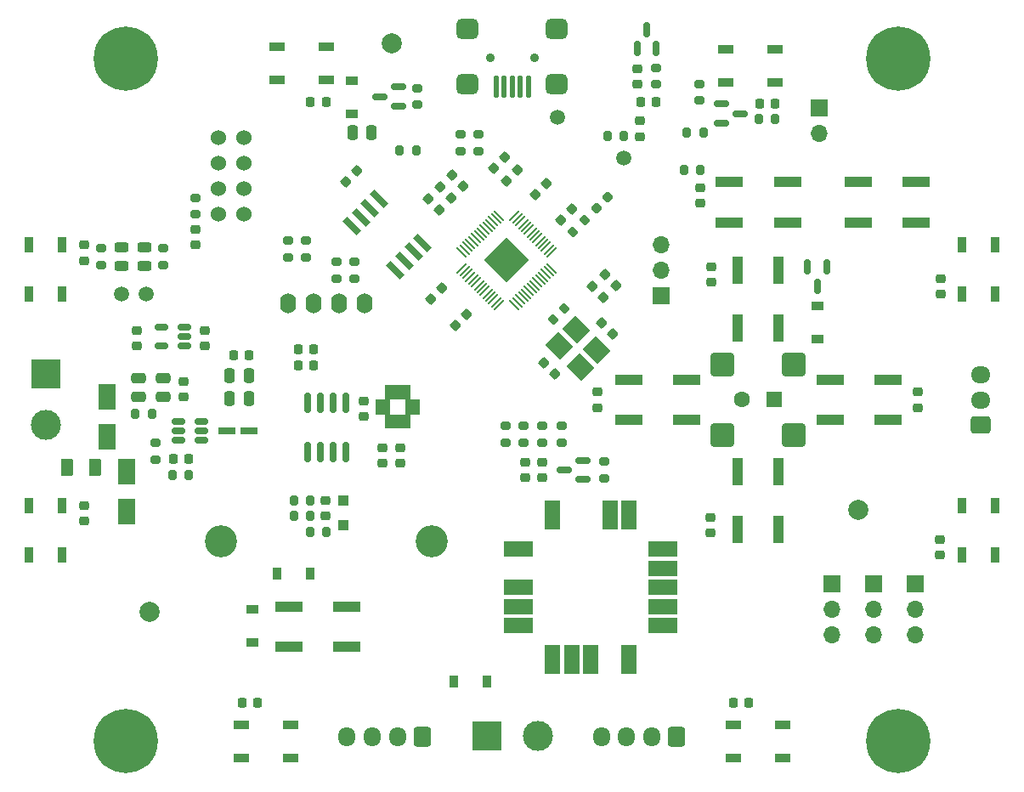
<source format=gbr>
%TF.GenerationSoftware,KiCad,Pcbnew,(6.0.8)*%
%TF.CreationDate,2023-04-20T14:40:41+02:00*%
%TF.ProjectId,scheda PSE,73636865-6461-4205-9053-452e6b696361,rev?*%
%TF.SameCoordinates,Original*%
%TF.FileFunction,Soldermask,Top*%
%TF.FilePolarity,Negative*%
%FSLAX46Y46*%
G04 Gerber Fmt 4.6, Leading zero omitted, Abs format (unit mm)*
G04 Created by KiCad (PCBNEW (6.0.8)) date 2023-04-20 14:40:41*
%MOMM*%
%LPD*%
G01*
G04 APERTURE LIST*
G04 Aperture macros list*
%AMRoundRect*
0 Rectangle with rounded corners*
0 $1 Rounding radius*
0 $2 $3 $4 $5 $6 $7 $8 $9 X,Y pos of 4 corners*
0 Add a 4 corners polygon primitive as box body*
4,1,4,$2,$3,$4,$5,$6,$7,$8,$9,$2,$3,0*
0 Add four circle primitives for the rounded corners*
1,1,$1+$1,$2,$3*
1,1,$1+$1,$4,$5*
1,1,$1+$1,$6,$7*
1,1,$1+$1,$8,$9*
0 Add four rect primitives between the rounded corners*
20,1,$1+$1,$2,$3,$4,$5,0*
20,1,$1+$1,$4,$5,$6,$7,0*
20,1,$1+$1,$6,$7,$8,$9,0*
20,1,$1+$1,$8,$9,$2,$3,0*%
%AMRotRect*
0 Rectangle, with rotation*
0 The origin of the aperture is its center*
0 $1 length*
0 $2 width*
0 $3 Rotation angle, in degrees counterclockwise*
0 Add horizontal line*
21,1,$1,$2,0,0,$3*%
G04 Aperture macros list end*
%ADD10C,0.010000*%
%ADD11R,0.900000X1.500000*%
%ADD12RotRect,0.660400X2.032000X45.000000*%
%ADD13RoundRect,0.225000X0.250000X-0.225000X0.250000X0.225000X-0.250000X0.225000X-0.250000X-0.225000X0*%
%ADD14RoundRect,0.225000X0.335876X0.017678X0.017678X0.335876X-0.335876X-0.017678X-0.017678X-0.335876X0*%
%ADD15RoundRect,0.150000X0.512500X0.150000X-0.512500X0.150000X-0.512500X-0.150000X0.512500X-0.150000X0*%
%ADD16RoundRect,0.250000X0.250000X0.475000X-0.250000X0.475000X-0.250000X-0.475000X0.250000X-0.475000X0*%
%ADD17RoundRect,0.225000X0.225000X0.250000X-0.225000X0.250000X-0.225000X-0.250000X0.225000X-0.250000X0*%
%ADD18RoundRect,0.225000X0.017678X-0.335876X0.335876X-0.017678X-0.017678X0.335876X-0.335876X0.017678X0*%
%ADD19RoundRect,0.150000X0.150000X-0.587500X0.150000X0.587500X-0.150000X0.587500X-0.150000X-0.587500X0*%
%ADD20R,2.750000X1.000000*%
%ADD21RoundRect,0.200000X0.200000X0.275000X-0.200000X0.275000X-0.200000X-0.275000X0.200000X-0.275000X0*%
%ADD22C,1.500000*%
%ADD23RoundRect,0.050000X0.486136X0.415425X0.415425X0.486136X-0.486136X-0.415425X-0.415425X-0.486136X0*%
%ADD24RoundRect,0.050000X0.415425X-0.486136X0.486136X-0.415425X-0.415425X0.486136X-0.486136X0.415425X0*%
%ADD25RotRect,3.200000X3.200000X45.000000*%
%ADD26RoundRect,0.200000X-0.275000X0.200000X-0.275000X-0.200000X0.275000X-0.200000X0.275000X0.200000X0*%
%ADD27RotRect,2.100000X1.800000X315.000000*%
%ADD28C,0.800000*%
%ADD29C,6.400000*%
%ADD30RoundRect,0.225000X-0.250000X0.225000X-0.250000X-0.225000X0.250000X-0.225000X0.250000X0.225000X0*%
%ADD31RoundRect,0.200000X-0.950000X0.950000X-0.950000X-0.950000X0.950000X-0.950000X0.950000X0.950000X0*%
%ADD32RoundRect,0.243750X-0.456250X0.243750X-0.456250X-0.243750X0.456250X-0.243750X0.456250X0.243750X0*%
%ADD33RoundRect,0.250000X-0.375000X-0.625000X0.375000X-0.625000X0.375000X0.625000X-0.375000X0.625000X0*%
%ADD34O,1.600000X2.000000*%
%ADD35RoundRect,0.200000X0.275000X-0.200000X0.275000X0.200000X-0.275000X0.200000X-0.275000X-0.200000X0*%
%ADD36RoundRect,0.150000X-0.587500X-0.150000X0.587500X-0.150000X0.587500X0.150000X-0.587500X0.150000X0*%
%ADD37R,1.500000X0.900000*%
%ADD38RoundRect,0.200000X-0.200000X-0.275000X0.200000X-0.275000X0.200000X0.275000X-0.200000X0.275000X0*%
%ADD39R,1.000000X2.750000*%
%ADD40C,2.000000*%
%ADD41RoundRect,0.250000X0.475000X-0.250000X0.475000X0.250000X-0.475000X0.250000X-0.475000X-0.250000X0*%
%ADD42RoundRect,0.150000X0.587500X0.150000X-0.587500X0.150000X-0.587500X-0.150000X0.587500X-0.150000X0*%
%ADD43RoundRect,0.250000X0.725000X-0.600000X0.725000X0.600000X-0.725000X0.600000X-0.725000X-0.600000X0*%
%ADD44O,1.950000X1.700000*%
%ADD45RoundRect,0.225000X-0.335876X-0.017678X-0.017678X-0.335876X0.335876X0.017678X0.017678X0.335876X0*%
%ADD46C,3.200000*%
%ADD47R,1.200000X0.900000*%
%ADD48R,0.900000X1.200000*%
%ADD49R,1.700000X1.700000*%
%ADD50O,1.700000X1.700000*%
%ADD51RoundRect,0.218750X-0.026517X0.335876X-0.335876X0.026517X0.026517X-0.335876X0.335876X-0.026517X0*%
%ADD52RoundRect,0.225000X-0.017678X0.335876X-0.335876X0.017678X0.017678X-0.335876X0.335876X-0.017678X0*%
%ADD53R,1.800000X2.500000*%
%ADD54C,1.524000*%
%ADD55R,3.000000X1.500000*%
%ADD56R,1.500000X3.000000*%
%ADD57RoundRect,0.150000X0.150000X-0.825000X0.150000X0.825000X-0.150000X0.825000X-0.150000X-0.825000X0*%
%ADD58R,1.000000X1.000000*%
%ADD59R,1.600000X1.600000*%
%ADD60C,1.600000*%
%ADD61C,0.900000*%
%ADD62RoundRect,0.125000X0.125000X0.975000X-0.125000X0.975000X-0.125000X-0.975000X0.125000X-0.975000X0*%
%ADD63RoundRect,0.500000X-0.600000X0.500000X-0.600000X-0.500000X0.600000X-0.500000X0.600000X0.500000X0*%
%ADD64RoundRect,0.225000X-0.225000X-0.250000X0.225000X-0.250000X0.225000X0.250000X-0.225000X0.250000X0*%
%ADD65R,1.752600X0.711200*%
%ADD66R,3.000000X3.000000*%
%ADD67C,3.000000*%
%ADD68RoundRect,0.150000X-0.150000X0.587500X-0.150000X-0.587500X0.150000X-0.587500X0.150000X0.587500X0*%
%ADD69RoundRect,0.200000X0.053033X-0.335876X0.335876X-0.053033X-0.053033X0.335876X-0.335876X0.053033X0*%
%ADD70RoundRect,0.200000X-0.053033X0.335876X-0.335876X0.053033X0.053033X-0.335876X0.335876X-0.053033X0*%
%ADD71RoundRect,0.250000X0.600000X0.725000X-0.600000X0.725000X-0.600000X-0.725000X0.600000X-0.725000X0*%
%ADD72O,1.700000X1.950000*%
G04 APERTURE END LIST*
%TO.C,U8*%
G36*
X144753796Y-96852200D02*
G01*
X144353796Y-96852200D01*
X144353796Y-95532200D01*
X144753796Y-95532200D01*
X144753796Y-96852200D01*
G37*
D10*
X144753796Y-96852200D02*
X144353796Y-96852200D01*
X144353796Y-95532200D01*
X144753796Y-95532200D01*
X144753796Y-96852200D01*
G36*
X146183796Y-98362200D02*
G01*
X144863796Y-98362200D01*
X144863796Y-97962200D01*
X146183796Y-97962200D01*
X146183796Y-98362200D01*
G37*
X146183796Y-98362200D02*
X144863796Y-98362200D01*
X144863796Y-97962200D01*
X146183796Y-97962200D01*
X146183796Y-98362200D01*
G36*
X144753796Y-99792200D02*
G01*
X144353796Y-99792200D01*
X144353796Y-98472200D01*
X144753796Y-98472200D01*
X144753796Y-99792200D01*
G37*
X144753796Y-99792200D02*
X144353796Y-99792200D01*
X144353796Y-98472200D01*
X144753796Y-98472200D01*
X144753796Y-99792200D01*
G36*
X146183796Y-97862200D02*
G01*
X144863796Y-97862200D01*
X144863796Y-97462200D01*
X146183796Y-97462200D01*
X146183796Y-97862200D01*
G37*
X146183796Y-97862200D02*
X144863796Y-97862200D01*
X144863796Y-97462200D01*
X146183796Y-97462200D01*
X146183796Y-97862200D01*
G36*
X144253796Y-99792200D02*
G01*
X143853796Y-99792200D01*
X143853796Y-98472200D01*
X144253796Y-98472200D01*
X144253796Y-99792200D01*
G37*
X144253796Y-99792200D02*
X143853796Y-99792200D01*
X143853796Y-98472200D01*
X144253796Y-98472200D01*
X144253796Y-99792200D01*
G36*
X143253796Y-99792200D02*
G01*
X142853796Y-99792200D01*
X142853796Y-98472200D01*
X143253796Y-98472200D01*
X143253796Y-99792200D01*
G37*
X143253796Y-99792200D02*
X142853796Y-99792200D01*
X142853796Y-98472200D01*
X143253796Y-98472200D01*
X143253796Y-99792200D01*
G36*
X145253796Y-96852200D02*
G01*
X144853796Y-96852200D01*
X144853796Y-95532200D01*
X145253796Y-95532200D01*
X145253796Y-96852200D01*
G37*
X145253796Y-96852200D02*
X144853796Y-96852200D01*
X144853796Y-95532200D01*
X145253796Y-95532200D01*
X145253796Y-96852200D01*
G36*
X143753796Y-96852200D02*
G01*
X143353796Y-96852200D01*
X143353796Y-95532200D01*
X143753796Y-95532200D01*
X143753796Y-96852200D01*
G37*
X143753796Y-96852200D02*
X143353796Y-96852200D01*
X143353796Y-95532200D01*
X143753796Y-95532200D01*
X143753796Y-96852200D01*
G36*
X143253796Y-96852200D02*
G01*
X142853796Y-96852200D01*
X142853796Y-95532200D01*
X143253796Y-95532200D01*
X143253796Y-96852200D01*
G37*
X143253796Y-96852200D02*
X142853796Y-96852200D01*
X142853796Y-95532200D01*
X143253796Y-95532200D01*
X143253796Y-96852200D01*
G36*
X143243796Y-97862200D02*
G01*
X141923796Y-97862200D01*
X141923796Y-97462200D01*
X143243796Y-97462200D01*
X143243796Y-97862200D01*
G37*
X143243796Y-97862200D02*
X141923796Y-97862200D01*
X141923796Y-97462200D01*
X143243796Y-97462200D01*
X143243796Y-97862200D01*
G36*
X143243796Y-98362200D02*
G01*
X141923796Y-98362200D01*
X141923796Y-97962200D01*
X143243796Y-97962200D01*
X143243796Y-98362200D01*
G37*
X143243796Y-98362200D02*
X141923796Y-98362200D01*
X141923796Y-97962200D01*
X143243796Y-97962200D01*
X143243796Y-98362200D01*
G36*
X144253796Y-96852200D02*
G01*
X143853796Y-96852200D01*
X143853796Y-95532200D01*
X144253796Y-95532200D01*
X144253796Y-96852200D01*
G37*
X144253796Y-96852200D02*
X143853796Y-96852200D01*
X143853796Y-95532200D01*
X144253796Y-95532200D01*
X144253796Y-96852200D01*
G36*
X146183796Y-97362200D02*
G01*
X144863796Y-97362200D01*
X144863796Y-96962200D01*
X146183796Y-96962200D01*
X146183796Y-97362200D01*
G37*
X146183796Y-97362200D02*
X144863796Y-97362200D01*
X144863796Y-96962200D01*
X146183796Y-96962200D01*
X146183796Y-97362200D01*
G36*
X145253796Y-99792200D02*
G01*
X144853796Y-99792200D01*
X144853796Y-98472200D01*
X145253796Y-98472200D01*
X145253796Y-99792200D01*
G37*
X145253796Y-99792200D02*
X144853796Y-99792200D01*
X144853796Y-98472200D01*
X145253796Y-98472200D01*
X145253796Y-99792200D01*
G36*
X143753796Y-99792200D02*
G01*
X143353796Y-99792200D01*
X143353796Y-98472200D01*
X143753796Y-98472200D01*
X143753796Y-99792200D01*
G37*
X143753796Y-99792200D02*
X143353796Y-99792200D01*
X143353796Y-98472200D01*
X143753796Y-98472200D01*
X143753796Y-99792200D01*
G36*
X143243796Y-97362200D02*
G01*
X141923796Y-97362200D01*
X141923796Y-96962200D01*
X143243796Y-96962200D01*
X143243796Y-97362200D01*
G37*
X143243796Y-97362200D02*
X141923796Y-97362200D01*
X141923796Y-96962200D01*
X143243796Y-96962200D01*
X143243796Y-97362200D01*
%TD*%
D11*
%TO.C,D3*%
X200350000Y-112450000D03*
X203650000Y-112450000D03*
X203650000Y-107550000D03*
X200350000Y-107550000D03*
%TD*%
D12*
%TO.C,U2*%
X143880184Y-84055064D03*
X144778209Y-83157039D03*
X145676235Y-82259013D03*
X146574260Y-81360988D03*
X142227816Y-77014544D03*
X141329791Y-77912569D03*
X140431765Y-78810595D03*
X139533740Y-79708620D03*
%TD*%
D13*
%TO.C,C36*%
X168259996Y-70777400D03*
X168259996Y-69227400D03*
%TD*%
D14*
%TO.C,C13*%
X150611208Y-75732008D03*
X149515192Y-74635992D03*
%TD*%
D15*
%TO.C,U5*%
X122855500Y-91644804D03*
X122855500Y-90694804D03*
X122855500Y-89744804D03*
X120580500Y-89744804D03*
X120580500Y-91644804D03*
%TD*%
D16*
%TO.C,C39*%
X129270996Y-94631804D03*
X127370996Y-94631804D03*
%TD*%
D17*
%TO.C,C48*%
X169838196Y-67316520D03*
X168288196Y-67316520D03*
%TD*%
D13*
%TO.C,C26*%
X195895196Y-97775000D03*
X195895196Y-96225000D03*
%TD*%
D18*
%TO.C,C18*%
X157828334Y-76549886D03*
X158924350Y-75453870D03*
%TD*%
D19*
%TO.C,U10*%
X167950000Y-62031204D03*
X169850000Y-62031204D03*
X168900000Y-60156204D03*
%TD*%
D20*
%TO.C,SW5*%
X187154759Y-95000929D03*
X192914759Y-95000929D03*
X192914759Y-99000929D03*
X187154759Y-99000929D03*
%TD*%
D21*
%TO.C,R30*%
X145935200Y-72136000D03*
X144285200Y-72136000D03*
%TD*%
D22*
%TO.C,TP4*%
X166624000Y-72898000D03*
%TD*%
D23*
%TO.C,U1*%
X150483730Y-83900534D03*
X150766573Y-84183377D03*
X151049416Y-84466220D03*
X151332259Y-84749062D03*
X151615101Y-85031905D03*
X151897944Y-85314748D03*
X152180787Y-85597591D03*
X152463629Y-85880433D03*
X152746472Y-86163276D03*
X153029315Y-86446119D03*
X153312158Y-86728961D03*
X153595000Y-87011804D03*
X153877843Y-87294647D03*
X154160686Y-87577490D03*
D24*
X155733998Y-87577490D03*
X156016841Y-87294647D03*
X156299684Y-87011804D03*
X156582526Y-86728961D03*
X156865369Y-86446119D03*
X157148212Y-86163276D03*
X157431055Y-85880433D03*
X157713897Y-85597591D03*
X157996740Y-85314748D03*
X158279583Y-85031905D03*
X158562425Y-84749062D03*
X158845268Y-84466220D03*
X159128111Y-84183377D03*
X159410954Y-83900534D03*
D23*
X159410954Y-82327222D03*
X159128111Y-82044379D03*
X158845268Y-81761536D03*
X158562425Y-81478694D03*
X158279583Y-81195851D03*
X157996740Y-80913008D03*
X157713897Y-80630165D03*
X157431055Y-80347323D03*
X157148212Y-80064480D03*
X156865369Y-79781637D03*
X156582526Y-79498795D03*
X156299684Y-79215952D03*
X156016841Y-78933109D03*
X155733998Y-78650266D03*
D24*
X154160686Y-78650266D03*
X153877843Y-78933109D03*
X153595000Y-79215952D03*
X153312158Y-79498795D03*
X153029315Y-79781637D03*
X152746472Y-80064480D03*
X152463629Y-80347323D03*
X152180787Y-80630165D03*
X151897944Y-80913008D03*
X151615101Y-81195851D03*
X151332259Y-81478694D03*
X151049416Y-81761536D03*
X150766573Y-82044379D03*
X150483730Y-82327222D03*
D25*
X154947342Y-83113878D03*
%TD*%
D14*
%TO.C,C23*%
X165546408Y-90464008D03*
X164450392Y-89367992D03*
%TD*%
D26*
%TO.C,R5*%
X134924800Y-81166200D03*
X134924800Y-82816200D03*
%TD*%
D27*
%TO.C,Y1*%
X160220864Y-91664746D03*
X162271474Y-93715356D03*
X163897820Y-92089010D03*
X161847210Y-90038400D03*
%TD*%
D28*
%TO.C,H4*%
X195697056Y-129302944D03*
X191600000Y-131000000D03*
D29*
X194000000Y-131000000D03*
D28*
X192302944Y-132697056D03*
X192302944Y-129302944D03*
X194000000Y-128600000D03*
X195697056Y-132697056D03*
X194000000Y-133400000D03*
X196400000Y-131000000D03*
%TD*%
D30*
%TO.C,C45*%
X140716000Y-97142000D03*
X140716000Y-98692000D03*
%TD*%
D31*
%TO.C,BZ1*%
X183551759Y-93450929D03*
X176451759Y-93450929D03*
X176451759Y-100550929D03*
X183551759Y-100550929D03*
%TD*%
D18*
%TO.C,C19*%
X154907334Y-75178286D03*
X156003350Y-74082270D03*
%TD*%
D32*
%TO.C,D16*%
X116536400Y-81820304D03*
X116536400Y-83695304D03*
%TD*%
D33*
%TO.C,F1*%
X111174000Y-103775804D03*
X113974000Y-103775804D03*
%TD*%
D34*
%TO.C,U4*%
X133193924Y-87383351D03*
X135733924Y-87383351D03*
X138273924Y-87383351D03*
X140813924Y-87383351D03*
%TD*%
D22*
%TO.C,TP1*%
X159969200Y-68834000D03*
%TD*%
D35*
%TO.C,R10*%
X158496000Y-101244400D03*
X158496000Y-99594400D03*
%TD*%
D36*
%TO.C,Q1*%
X176354500Y-67528400D03*
X176354500Y-69428400D03*
X178229500Y-68478400D03*
%TD*%
D32*
%TO.C,D18*%
X118822400Y-81820304D03*
X118822400Y-83695304D03*
%TD*%
D22*
%TO.C,TP2*%
X119053000Y-86503804D03*
%TD*%
D37*
%TO.C,D4*%
X177550000Y-129350000D03*
X177550000Y-132650000D03*
X182450000Y-132650000D03*
X182450000Y-129350000D03*
%TD*%
D30*
%TO.C,C38*%
X136855200Y-107035600D03*
X136855200Y-108585600D03*
%TD*%
D38*
%TO.C,R3*%
X180073800Y-69037200D03*
X181723800Y-69037200D03*
%TD*%
D39*
%TO.C,SW3*%
X182001759Y-89847929D03*
X182001759Y-84087929D03*
X178001759Y-84087929D03*
X178001759Y-89847929D03*
%TD*%
D40*
%TO.C,REF\u002A\u002A*%
X189999342Y-108005878D03*
%TD*%
D26*
%TO.C,R13*%
X150368000Y-70549000D03*
X150368000Y-72199000D03*
%TD*%
D41*
%TO.C,C31*%
X120702000Y-96724804D03*
X120702000Y-94824804D03*
%TD*%
D42*
%TO.C,Q4*%
X144205924Y-67736951D03*
X144205924Y-65836951D03*
X142330924Y-66786951D03*
%TD*%
D30*
%TO.C,C41*%
X142529796Y-101762200D03*
X142529796Y-103312200D03*
%TD*%
D13*
%TO.C,C44*%
X156833300Y-104754004D03*
X156833300Y-103204004D03*
%TD*%
D21*
%TO.C,R22*%
X135394200Y-107035600D03*
X133744200Y-107035600D03*
%TD*%
D17*
%TO.C,C8*%
X136956800Y-67310000D03*
X135406800Y-67310000D03*
%TD*%
D43*
%TO.C,J1*%
X202184000Y-99528000D03*
D44*
X202184000Y-97028000D03*
X202184000Y-94528000D03*
%TD*%
D35*
%TO.C,R29*%
X146011624Y-67611951D03*
X146011624Y-65961951D03*
%TD*%
D37*
%TO.C,D8*%
X136950000Y-65150000D03*
X136950000Y-61850000D03*
X132050000Y-61850000D03*
X132050000Y-65150000D03*
%TD*%
D45*
%TO.C,C14*%
X164762534Y-84496270D03*
X165858550Y-85592286D03*
%TD*%
D26*
%TO.C,R6*%
X133146800Y-81166200D03*
X133146800Y-82816200D03*
%TD*%
D17*
%TO.C,C35*%
X123255000Y-102886804D03*
X121705000Y-102886804D03*
%TD*%
D46*
%TO.C,REF\u002A\u002A*%
X147504424Y-111135351D03*
%TD*%
D47*
%TO.C,D9*%
X185877200Y-90930000D03*
X185877200Y-87630000D03*
%TD*%
D35*
%TO.C,R1*%
X174142400Y-67169800D03*
X174142400Y-65519800D03*
%TD*%
D14*
%TO.C,C16*%
X148274408Y-78068808D03*
X147178392Y-76972792D03*
%TD*%
D30*
%TO.C,C43*%
X144307796Y-101762200D03*
X144307796Y-103312200D03*
%TD*%
D13*
%TO.C,C34*%
X118059200Y-91643200D03*
X118059200Y-90093200D03*
%TD*%
D48*
%TO.C,D19*%
X152959000Y-125111804D03*
X149659000Y-125111804D03*
%TD*%
D49*
%TO.C,J9*%
X191477900Y-115366800D03*
D50*
X191477900Y-117906800D03*
X191477900Y-120446800D03*
%TD*%
D37*
%TO.C,D1*%
X181680000Y-65340000D03*
X181680000Y-62040000D03*
X176780000Y-62040000D03*
X176780000Y-65340000D03*
%TD*%
D30*
%TO.C,C6*%
X112877600Y-107543600D03*
X112877600Y-109093600D03*
%TD*%
%TO.C,C47*%
X123901200Y-79997000D03*
X123901200Y-81547000D03*
%TD*%
D40*
%TO.C,REF\u002A\u002A*%
X119387342Y-118165878D03*
%TD*%
D16*
%TO.C,C37*%
X129270996Y-96917804D03*
X127370996Y-96917804D03*
%TD*%
D11*
%TO.C,D7*%
X110650000Y-81550000D03*
X107350000Y-81550000D03*
X107350000Y-86450000D03*
X110650000Y-86450000D03*
%TD*%
D51*
%TO.C,D10*%
X164980342Y-76816631D03*
X163866648Y-77930325D03*
%TD*%
D52*
%TO.C,C10*%
X150977600Y-88504392D03*
X149881584Y-89600408D03*
%TD*%
D39*
%TO.C,SW6*%
X178001759Y-104153929D03*
X178001759Y-109913929D03*
X182001759Y-109913929D03*
X182001759Y-104153929D03*
%TD*%
D53*
%TO.C,D12*%
X115114000Y-96695804D03*
X115114000Y-100695804D03*
%TD*%
D18*
%TO.C,C20*%
X153688134Y-73959086D03*
X154784150Y-72863070D03*
%TD*%
D54*
%TO.C,U9*%
X128778000Y-70916800D03*
X128778000Y-73456800D03*
X128778000Y-75996800D03*
X128778000Y-78536800D03*
X126238000Y-78536800D03*
X126238000Y-75996800D03*
X126238000Y-73456800D03*
X126238000Y-70916800D03*
%TD*%
D55*
%TO.C,U7*%
X170522000Y-119497000D03*
X170522000Y-117597000D03*
X170522000Y-115697000D03*
X170522000Y-113797000D03*
X170522000Y-111897000D03*
D56*
X167122000Y-108497000D03*
X165222000Y-108497000D03*
X159522000Y-108497000D03*
D55*
X156122000Y-111897000D03*
X156122000Y-115697000D03*
X156122000Y-117597000D03*
X156122000Y-119497000D03*
D56*
X159522000Y-122897000D03*
X161422000Y-122897000D03*
X163322000Y-122897000D03*
X167122000Y-122897000D03*
%TD*%
D57*
%TO.C,U3*%
X135153400Y-102246200D03*
X136423400Y-102246200D03*
X137693400Y-102246200D03*
X138963400Y-102246200D03*
X138963400Y-97296200D03*
X137693400Y-97296200D03*
X136423400Y-97296200D03*
X135153400Y-97296200D03*
%TD*%
D17*
%TO.C,C40*%
X129270996Y-92599804D03*
X127720996Y-92599804D03*
%TD*%
D20*
%TO.C,SW7*%
X139024000Y-117634000D03*
X133264000Y-117634000D03*
X133264000Y-121634000D03*
X139024000Y-121634000D03*
%TD*%
D45*
%TO.C,C9*%
X163492534Y-85740870D03*
X164588550Y-86836886D03*
%TD*%
%TO.C,C22*%
X158648400Y-93319600D03*
X159744416Y-94415616D03*
%TD*%
D26*
%TO.C,R16*%
X114555200Y-81932804D03*
X114555200Y-83582804D03*
%TD*%
D20*
%TO.C,SW4*%
X167088759Y-95000929D03*
X172848759Y-95000929D03*
X167088759Y-99000929D03*
X172848759Y-99000929D03*
%TD*%
D13*
%TO.C,C33*%
X124902196Y-91666000D03*
X124902196Y-90116000D03*
%TD*%
D49*
%TO.C,J8*%
X195630800Y-115366800D03*
D50*
X195630800Y-117906800D03*
X195630800Y-120446800D03*
%TD*%
D58*
%TO.C,D17*%
X138684000Y-107035600D03*
X138684000Y-109535600D03*
%TD*%
D14*
%TO.C,C12*%
X149442808Y-76900408D03*
X148346792Y-75804392D03*
%TD*%
D13*
%TO.C,C27*%
X175267342Y-110254078D03*
X175267342Y-108704078D03*
%TD*%
D59*
%TO.C,REF\u002A\u002A*%
X181601759Y-97000929D03*
D60*
X178401759Y-97000929D03*
%TD*%
D17*
%TO.C,C29*%
X135725200Y-91948000D03*
X134175200Y-91948000D03*
%TD*%
D28*
%TO.C,H2*%
X192302944Y-64697056D03*
X194000000Y-60600000D03*
X195697056Y-64697056D03*
X195697056Y-61302944D03*
X191600000Y-63000000D03*
X192302944Y-61302944D03*
X196400000Y-63000000D03*
X194000000Y-65400000D03*
D29*
X194000000Y-63000000D03*
%TD*%
D26*
%TO.C,R26*%
X139754000Y-83265804D03*
X139754000Y-84915804D03*
%TD*%
D20*
%TO.C,SW1*%
X182915200Y-79317600D03*
X177155200Y-79317600D03*
X182915200Y-75317600D03*
X177155200Y-75317600D03*
%TD*%
D13*
%TO.C,C3*%
X198120000Y-112471200D03*
X198120000Y-110921200D03*
%TD*%
D61*
%TO.C,J4*%
X157706400Y-62917000D03*
X153306400Y-62917000D03*
D62*
X157106400Y-65767000D03*
X156306400Y-65767000D03*
X155506400Y-65767000D03*
X154706400Y-65767000D03*
X153906400Y-65767000D03*
D63*
X159956400Y-60067000D03*
X159956400Y-65567000D03*
X151056400Y-60067000D03*
X151056400Y-65567000D03*
%TD*%
D18*
%TO.C,C17*%
X160368334Y-79089886D03*
X161464350Y-77993870D03*
%TD*%
D64*
%TO.C,C4*%
X177546000Y-127152400D03*
X179096000Y-127152400D03*
%TD*%
D30*
%TO.C,C24*%
X175318142Y-83761278D03*
X175318142Y-85311278D03*
%TD*%
D26*
%TO.C,R24*%
X164707300Y-103167004D03*
X164707300Y-104817004D03*
%TD*%
D22*
%TO.C,TP3*%
X116535200Y-86503804D03*
%TD*%
D13*
%TO.C,C2*%
X198170800Y-86461600D03*
X198170800Y-84911600D03*
%TD*%
D65*
%TO.C,L1*%
X127115500Y-100092804D03*
X129274500Y-100092804D03*
%TD*%
D66*
%TO.C,J5*%
X152960000Y-130500000D03*
D67*
X158040000Y-130500000D03*
%TD*%
D68*
%TO.C,Q2*%
X186827200Y-83796900D03*
X184927200Y-83796900D03*
X185877200Y-85671900D03*
%TD*%
D11*
%TO.C,D6*%
X110650000Y-107550000D03*
X107350000Y-107550000D03*
X107350000Y-112450000D03*
X110650000Y-112450000D03*
%TD*%
D15*
%TO.C,U6*%
X124506500Y-101042804D03*
X124506500Y-100092804D03*
X124506500Y-99142804D03*
X122231500Y-99142804D03*
X122231500Y-100092804D03*
X122231500Y-101042804D03*
%TD*%
D52*
%TO.C,C15*%
X148510350Y-85867870D03*
X147414334Y-86963886D03*
%TD*%
D42*
%TO.C,Q3*%
X162582300Y-104942004D03*
X162582300Y-103042004D03*
X160707300Y-103992004D03*
%TD*%
D35*
%TO.C,R8*%
X154838400Y-101244400D03*
X154838400Y-99594400D03*
%TD*%
D11*
%TO.C,D2*%
X200350000Y-86450000D03*
X203650000Y-86450000D03*
X203650000Y-81550000D03*
X200350000Y-81550000D03*
%TD*%
D66*
%TO.C,J3*%
X109000000Y-94460000D03*
D67*
X109000000Y-99540000D03*
%TD*%
D38*
%TO.C,R4*%
X172591196Y-74063800D03*
X174241196Y-74063800D03*
%TD*%
D26*
%TO.C,R28*%
X169838295Y-63936496D03*
X169838295Y-65586496D03*
%TD*%
%TO.C,R15*%
X119940000Y-101299804D03*
X119940000Y-102949804D03*
%TD*%
D30*
%TO.C,C7*%
X112826800Y-81571800D03*
X112826800Y-83121800D03*
%TD*%
D38*
%TO.C,R21*%
X135369800Y-110134400D03*
X137019800Y-110134400D03*
%TD*%
D49*
%TO.C,J2*%
X170307000Y-86614000D03*
D50*
X170307000Y-84074000D03*
X170307000Y-81534000D03*
%TD*%
D30*
%TO.C,C11*%
X174228996Y-75879600D03*
X174228996Y-77429600D03*
%TD*%
D28*
%TO.C,H3*%
X114600000Y-63000000D03*
X118697056Y-61302944D03*
X118697056Y-64697056D03*
D29*
X117000000Y-63000000D03*
D28*
X115302944Y-61302944D03*
X115302944Y-64697056D03*
X117000000Y-60600000D03*
X117000000Y-65400000D03*
X119400000Y-63000000D03*
%TD*%
D48*
%TO.C,D14*%
X132081000Y-114355878D03*
X135381000Y-114355878D03*
%TD*%
D13*
%TO.C,C25*%
X164018196Y-97775000D03*
X164018196Y-96225000D03*
%TD*%
D35*
%TO.C,R27*%
X123901200Y-78536800D03*
X123901200Y-76886800D03*
%TD*%
D38*
%TO.C,R19*%
X164975473Y-70753395D03*
X166625473Y-70753395D03*
%TD*%
D35*
%TO.C,R9*%
X156652196Y-101244400D03*
X156652196Y-99594400D03*
%TD*%
D41*
%TO.C,C30*%
X118289000Y-96724804D03*
X118289000Y-94824804D03*
%TD*%
D69*
%TO.C,R12*%
X161526779Y-80293641D03*
X162693505Y-79126915D03*
%TD*%
D30*
%TO.C,C46*%
X167970400Y-63986404D03*
X167970400Y-65536404D03*
%TD*%
D17*
%TO.C,C1*%
X181711600Y-67462400D03*
X180161600Y-67462400D03*
%TD*%
D21*
%TO.C,R17*%
X123305000Y-104537804D03*
X121655000Y-104537804D03*
%TD*%
D47*
%TO.C,D15*%
X129592000Y-117873804D03*
X129592000Y-121173804D03*
%TD*%
%TO.C,D13*%
X139548800Y-65194204D03*
X139548800Y-68494204D03*
%TD*%
D49*
%TO.C,J10*%
X187325000Y-115366800D03*
D50*
X187325000Y-117906800D03*
X187325000Y-120446800D03*
%TD*%
D49*
%TO.C,JP1*%
X186055000Y-67940000D03*
D50*
X186055000Y-70480000D03*
%TD*%
D53*
%TO.C,D11*%
X117044400Y-104163404D03*
X117044400Y-108163404D03*
%TD*%
D18*
%TO.C,C21*%
X138897992Y-75274808D03*
X139994008Y-74178792D03*
%TD*%
D13*
%TO.C,C42*%
X158484300Y-104754004D03*
X158484300Y-103204004D03*
%TD*%
D20*
%TO.C,SW2*%
X195780231Y-75317600D03*
X190020231Y-75317600D03*
X190020231Y-79317600D03*
X195780231Y-79317600D03*
%TD*%
D70*
%TO.C,R7*%
X160712305Y-87864515D03*
X159545579Y-89031241D03*
%TD*%
D16*
%TO.C,FB1*%
X141464000Y-70349404D03*
X139564000Y-70349404D03*
%TD*%
D26*
%TO.C,R25*%
X137976000Y-83265804D03*
X137976000Y-84915804D03*
%TD*%
D28*
%TO.C,H1*%
X114600000Y-131000000D03*
X115302944Y-129302944D03*
D29*
X117000000Y-131000000D03*
D28*
X119400000Y-131000000D03*
X117000000Y-128600000D03*
X117000000Y-133400000D03*
X118697056Y-132697056D03*
X118697056Y-129302944D03*
X115302944Y-132697056D03*
%TD*%
D17*
%TO.C,C28*%
X135725200Y-93573600D03*
X134175200Y-93573600D03*
%TD*%
D46*
%TO.C,REF\u002A\u002A*%
X126504424Y-111135351D03*
%TD*%
D64*
%TO.C,C5*%
X128574800Y-127152400D03*
X130124800Y-127152400D03*
%TD*%
D26*
%TO.C,R23*%
X120752800Y-81932804D03*
X120752800Y-83582804D03*
%TD*%
D21*
%TO.C,R2*%
X174561000Y-70358000D03*
X172911000Y-70358000D03*
%TD*%
D13*
%TO.C,C32*%
X122717796Y-96708200D03*
X122717796Y-95158200D03*
%TD*%
D21*
%TO.C,R18*%
X119622000Y-98441804D03*
X117972000Y-98441804D03*
%TD*%
D40*
%TO.C,REF\u002A\u002A*%
X143517342Y-61523878D03*
%TD*%
D37*
%TO.C,D5*%
X128550000Y-129350000D03*
X128550000Y-132650000D03*
X133450000Y-132650000D03*
X133450000Y-129350000D03*
%TD*%
D35*
%TO.C,R14*%
X152146000Y-72199000D03*
X152146000Y-70549000D03*
%TD*%
D38*
%TO.C,R20*%
X133732000Y-108559600D03*
X135382000Y-108559600D03*
%TD*%
D35*
%TO.C,R11*%
X160462196Y-101244400D03*
X160462196Y-99594400D03*
%TD*%
D71*
%TO.C,J6*%
X171895000Y-130610000D03*
D72*
X169395000Y-130610000D03*
X166895000Y-130610000D03*
X164395000Y-130610000D03*
%TD*%
D71*
%TO.C,J7*%
X146555000Y-130610000D03*
D72*
X144055000Y-130610000D03*
X141555000Y-130610000D03*
X139055000Y-130610000D03*
%TD*%
M02*

</source>
